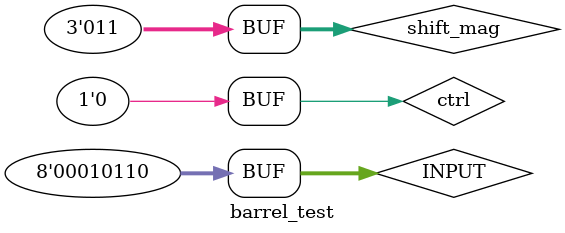
<source format=v>
`timescale 1ns / 1ps


module barrel_test;

	// Inputs
	reg ctrl;
	reg [2:0] shift_mag;
	reg [7:0] INPUT;

	// Outputs
	wire [7:0] OUTPUT;

	// Instantiate the Unit Under Test (UUT)
	barrelSR uut (
		.ctrl(ctrl), 
		.shift_mag(shift_mag), 
		.INPUT(INPUT), 
		.OUTPUT(OUTPUT)
	);

	initial begin
		// Initialize Inputs
		ctrl = 0;
		shift_mag = 011;
		INPUT = 11000111;

		// Wait 100 ns for global reset to finish
		#50;
        
		// Add stimulus here
		ctrl = 0;
		shift_mag = 001;
		INPUT = 11000010;
		#50;
		
		ctrl = 0;
		shift_mag = 101;
		INPUT = 111000001;
		#50;
		
		ctrl = 0;
		shift_mag = 111;
		INPUT = 11110000;
		#50;
		
		ctrl = 1;
		shift_mag = 010;
		INPUT = 11110000;
		#50;
		
		ctrl = 1;
		shift_mag = 100;
		INPUT = 11110000;
		#50;
		
		ctrl = 1;
		shift_mag = 110;
		INPUT = 10011001;
		#50;
		
		ctrl = 1;
		shift_mag = 0;
		INPUT = 11001100;
		#50;

		ctrl = 1;
		shift_mag = 101;
		INPUT = 11001110;
		#50;

		ctrl = 0;
		shift_mag = 011;
		INPUT = 11001110;
		#50;



	end
      
endmodule


</source>
